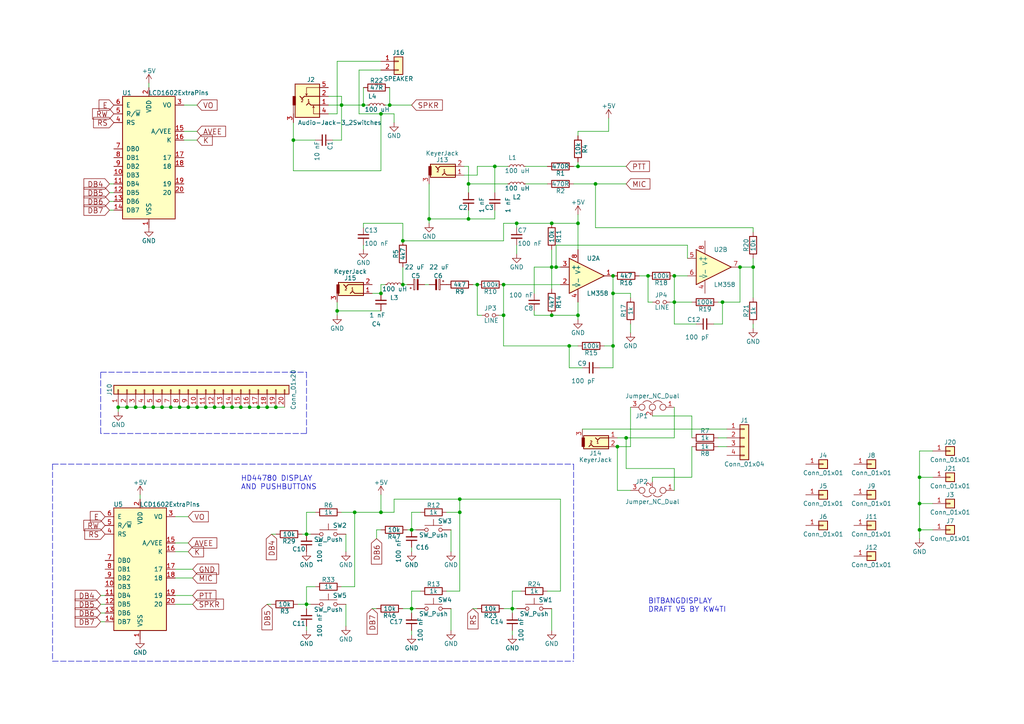
<source format=kicad_sch>
(kicad_sch (version 20211123) (generator eeschema)
  (paper "A4")
  (junction (at 57.15 118.11))
  (junction (at 209.55 87.63))
  (junction (at 165.1 100.33))
  (junction (at 266.7 153.67))
  (junction (at 135.89 53.34))
  (junction (at 133.35 144.78))
  (junction (at 34.29 118.11))
  (junction (at 172.72 53.34))
  (junction (at 59.69 118.11))
  (junction (at 69.85 118.11))
  (junction (at 181.61 127))
  (junction (at 64.77 118.11))
  (junction (at 143.51 48.26))
  (junction (at 218.44 77.47))
  (junction (at 160.02 64.77))
  (junction (at 41.91 118.11))
  (junction (at 46.99 118.11))
  (junction (at 177.8 80.01))
  (junction (at 167.64 48.26))
  (junction (at 88.9 154.94))
  (junction (at 195.58 87.63))
  (junction (at 148.59 176.53))
  (junction (at 77.47 118.11))
  (junction (at 167.64 64.77))
  (junction (at 177.8 100.33))
  (junction (at 149.86 64.77))
  (junction (at 124.46 63.5))
  (junction (at 187.96 80.01))
  (junction (at 62.23 118.11))
  (junction (at 113.03 30.48))
  (junction (at 161.29 77.47))
  (junction (at 195.58 80.01))
  (junction (at 138.43 82.55))
  (junction (at 52.07 118.11))
  (junction (at 133.35 148.59))
  (junction (at 146.05 82.55))
  (junction (at 177.8 85.09))
  (junction (at 88.9 175.26))
  (junction (at 266.7 146.05))
  (junction (at 160.02 91.44))
  (junction (at 116.84 69.85))
  (junction (at 214.63 77.47))
  (junction (at 80.01 118.11))
  (junction (at 110.49 85.09))
  (junction (at 44.45 118.11))
  (junction (at 146.05 91.44))
  (junction (at 110.49 33.02))
  (junction (at 36.83 118.11))
  (junction (at 72.39 118.11))
  (junction (at 167.64 91.44))
  (junction (at 97.79 90.17))
  (junction (at 160.02 77.47))
  (junction (at 110.49 148.59))
  (junction (at 179.07 129.54))
  (junction (at 102.87 148.59))
  (junction (at 266.7 138.43))
  (junction (at 67.31 118.11))
  (junction (at 116.84 82.55))
  (junction (at 74.93 118.11))
  (junction (at 54.61 118.11))
  (junction (at 119.38 176.53))
  (junction (at 85.09 40.64))
  (junction (at 49.53 118.11))
  (junction (at 99.06 30.48))
  (junction (at 135.89 63.5))
  (junction (at 105.41 30.48))
  (junction (at 39.37 118.11))
  (junction (at 119.38 153.67))
  (wire (pts (xy 133.35 171.45) (xy 129.54 171.45)))
  (wire (pts (xy 200.66 129.54) (xy 200.66 138.43)))
  (wire (pts (xy 114.3 33.02) (xy 114.3 35.56)))
  (wire (pts (xy 74.93 118.11) (xy 77.47 118.11)))
  (wire (pts (xy 133.35 148.59) (xy 133.35 171.45)))
  (wire (pts (xy 104.14 20.32) (xy 104.14 33.02)))
  (wire (pts (xy 99.06 30.48) (xy 99.06 40.64)))
  (wire (pts (xy 218.44 66.04) (xy 218.44 67.31)))
  (polyline (pts (xy 29.21 125.73) (xy 29.21 107.95)))
  (wire (pts (xy 124.46 63.5) (xy 135.89 63.5)))
  (wire (pts (xy 160.02 77.47) (xy 160.02 83.82)))
  (wire (pts (xy 210.82 129.54) (xy 208.28 129.54)))
  (wire (pts (xy 130.81 176.53) (xy 130.81 182.88)))
  (wire (pts (xy 80.01 118.11) (xy 82.55 118.11)))
  (wire (pts (xy 134.62 48.26) (xy 135.89 48.26)))
  (wire (pts (xy 102.87 148.59) (xy 110.49 148.59)))
  (wire (pts (xy 110.49 148.59) (xy 114.3 148.59)))
  (wire (pts (xy 135.89 48.26) (xy 135.89 53.34)))
  (wire (pts (xy 135.89 53.34) (xy 147.32 53.34)))
  (wire (pts (xy 181.61 127) (xy 181.61 135.89)))
  (wire (pts (xy 135.89 53.34) (xy 135.89 55.88)))
  (wire (pts (xy 172.72 53.34) (xy 172.72 66.04)))
  (wire (pts (xy 162.56 144.78) (xy 162.56 171.45)))
  (wire (pts (xy 105.41 25.4) (xy 105.41 30.48)))
  (wire (pts (xy 138.43 176.53) (xy 137.16 176.53)))
  (wire (pts (xy 34.29 119.38) (xy 34.29 118.11)))
  (wire (pts (xy 95.25 30.48) (xy 99.06 30.48)))
  (wire (pts (xy 62.23 118.11) (xy 64.77 118.11)))
  (wire (pts (xy 33.02 55.88) (xy 31.75 55.88)))
  (wire (pts (xy 158.75 48.26) (xy 152.4 48.26)))
  (wire (pts (xy 135.89 63.5) (xy 143.51 63.5)))
  (wire (pts (xy 116.84 69.85) (xy 116.84 64.77)))
  (wire (pts (xy 99.06 40.64) (xy 96.52 40.64)))
  (wire (pts (xy 148.59 171.45) (xy 148.59 176.53)))
  (wire (pts (xy 266.7 146.05) (xy 270.51 146.05)))
  (wire (pts (xy 121.92 171.45) (xy 119.38 171.45)))
  (wire (pts (xy 165.1 100.33) (xy 167.64 100.33)))
  (wire (pts (xy 167.64 62.23) (xy 167.64 64.77)))
  (wire (pts (xy 154.94 90.17) (xy 154.94 91.44)))
  (wire (pts (xy 154.94 77.47) (xy 160.02 77.47)))
  (wire (pts (xy 154.94 91.44) (xy 160.02 91.44)))
  (wire (pts (xy 182.88 96.52) (xy 182.88 93.98)))
  (wire (pts (xy 116.84 64.77) (xy 105.41 64.77)))
  (wire (pts (xy 167.64 87.63) (xy 167.64 91.44)))
  (wire (pts (xy 110.49 85.09) (xy 110.49 82.55)))
  (wire (pts (xy 100.33 154.94) (xy 100.33 160.02)))
  (wire (pts (xy 116.84 176.53) (xy 119.38 176.53)))
  (wire (pts (xy 110.49 49.53) (xy 85.09 49.53)))
  (wire (pts (xy 55.88 175.26) (xy 50.8 175.26)))
  (wire (pts (xy 85.09 40.64) (xy 91.44 40.64)))
  (wire (pts (xy 110.49 33.02) (xy 114.3 33.02)))
  (wire (pts (xy 138.43 48.26) (xy 143.51 48.26)))
  (wire (pts (xy 124.46 63.5) (xy 124.46 64.77)))
  (wire (pts (xy 177.8 100.33) (xy 177.8 106.68)))
  (wire (pts (xy 54.61 149.86) (xy 50.8 149.86)))
  (wire (pts (xy 57.15 118.11) (xy 59.69 118.11)))
  (wire (pts (xy 119.38 176.53) (xy 120.65 176.53)))
  (wire (pts (xy 167.64 91.44) (xy 167.64 92.71)))
  (wire (pts (xy 119.38 184.15) (xy 119.38 182.88)))
  (wire (pts (xy 30.48 177.8) (xy 29.21 177.8)))
  (wire (pts (xy 88.9 154.94) (xy 90.17 154.94)))
  (wire (pts (xy 97.79 90.17) (xy 97.79 91.44)))
  (wire (pts (xy 88.9 175.26) (xy 90.17 175.26)))
  (wire (pts (xy 143.51 48.26) (xy 147.32 48.26)))
  (wire (pts (xy 99.06 148.59) (xy 102.87 148.59)))
  (wire (pts (xy 148.59 184.15) (xy 148.59 182.88)))
  (wire (pts (xy 148.59 176.53) (xy 149.86 176.53)))
  (wire (pts (xy 114.3 144.78) (xy 133.35 144.78)))
  (polyline (pts (xy 166.37 134.62) (xy 166.37 191.77)))
  (wire (pts (xy 52.07 118.11) (xy 54.61 118.11)))
  (wire (pts (xy 40.64 143.51) (xy 40.64 144.78)))
  (wire (pts (xy 210.82 127) (xy 208.28 127)))
  (wire (pts (xy 46.99 118.11) (xy 49.53 118.11)))
  (wire (pts (xy 133.35 144.78) (xy 162.56 144.78)))
  (wire (pts (xy 102.87 148.59) (xy 102.87 170.18)))
  (wire (pts (xy 199.39 71.12) (xy 199.39 74.93)))
  (wire (pts (xy 154.94 85.09) (xy 154.94 77.47)))
  (wire (pts (xy 138.43 91.44) (xy 139.7 91.44)))
  (wire (pts (xy 130.81 153.67) (xy 130.81 160.02)))
  (wire (pts (xy 99.06 27.94) (xy 95.25 27.94)))
  (wire (pts (xy 160.02 72.39) (xy 160.02 77.47)))
  (wire (pts (xy 87.63 154.94) (xy 88.9 154.94)))
  (wire (pts (xy 181.61 135.89) (xy 195.58 135.89)))
  (wire (pts (xy 200.66 120.65) (xy 200.66 127)))
  (polyline (pts (xy 88.9 107.95) (xy 88.9 125.73)))
  (wire (pts (xy 214.63 77.47) (xy 214.63 87.63)))
  (wire (pts (xy 162.56 171.45) (xy 158.75 171.45)))
  (wire (pts (xy 109.22 176.53) (xy 107.95 176.53)))
  (wire (pts (xy 146.05 91.44) (xy 144.78 91.44)))
  (wire (pts (xy 57.15 38.1) (xy 53.34 38.1)))
  (wire (pts (xy 34.29 118.11) (xy 36.83 118.11)))
  (wire (pts (xy 209.55 87.63) (xy 208.28 87.63)))
  (wire (pts (xy 55.88 165.1) (xy 50.8 165.1)))
  (wire (pts (xy 110.49 20.32) (xy 104.14 20.32)))
  (wire (pts (xy 160.02 91.44) (xy 167.64 91.44)))
  (wire (pts (xy 266.7 153.67) (xy 266.7 156.21)))
  (wire (pts (xy 172.72 53.34) (xy 181.61 53.34)))
  (polyline (pts (xy 15.24 134.62) (xy 166.37 134.62)))
  (wire (pts (xy 146.05 91.44) (xy 146.05 100.33)))
  (wire (pts (xy 116.84 69.85) (xy 146.05 69.85)))
  (wire (pts (xy 119.38 160.02) (xy 119.38 158.75)))
  (polyline (pts (xy 88.9 125.73) (xy 29.21 125.73)))
  (wire (pts (xy 41.91 118.11) (xy 44.45 118.11)))
  (wire (pts (xy 143.51 63.5) (xy 143.51 60.96)))
  (wire (pts (xy 119.38 171.45) (xy 119.38 176.53)))
  (wire (pts (xy 59.69 118.11) (xy 62.23 118.11)))
  (wire (pts (xy 172.72 66.04) (xy 218.44 66.04)))
  (wire (pts (xy 214.63 87.63) (xy 209.55 87.63)))
  (wire (pts (xy 177.8 106.68) (xy 173.99 106.68)))
  (wire (pts (xy 105.41 30.48) (xy 106.68 30.48)))
  (wire (pts (xy 97.79 33.02) (xy 97.79 17.78)))
  (wire (pts (xy 146.05 176.53) (xy 148.59 176.53)))
  (wire (pts (xy 146.05 82.55) (xy 162.56 82.55)))
  (wire (pts (xy 119.38 176.53) (xy 119.38 177.8)))
  (wire (pts (xy 111.76 30.48) (xy 113.03 30.48)))
  (wire (pts (xy 151.13 171.45) (xy 148.59 171.45)))
  (wire (pts (xy 146.05 100.33) (xy 165.1 100.33)))
  (wire (pts (xy 29.21 172.72) (xy 30.48 172.72)))
  (wire (pts (xy 54.61 157.48) (xy 50.8 157.48)))
  (wire (pts (xy 195.58 93.98) (xy 201.93 93.98)))
  (wire (pts (xy 88.9 170.18) (xy 88.9 175.26)))
  (wire (pts (xy 105.41 71.12) (xy 105.41 72.39)))
  (wire (pts (xy 55.88 172.72) (xy 50.8 172.72)))
  (wire (pts (xy 107.95 85.09) (xy 110.49 85.09)))
  (wire (pts (xy 30.48 175.26) (xy 29.21 175.26)))
  (wire (pts (xy 179.07 127) (xy 181.61 127)))
  (wire (pts (xy 167.64 38.1) (xy 176.53 38.1)))
  (wire (pts (xy 181.61 127) (xy 195.58 127)))
  (wire (pts (xy 138.43 50.8) (xy 138.43 48.26)))
  (wire (pts (xy 167.64 48.26) (xy 181.61 48.26)))
  (wire (pts (xy 33.02 58.42) (xy 31.75 58.42)))
  (wire (pts (xy 43.18 24.13) (xy 43.18 25.4)))
  (wire (pts (xy 95.25 33.02) (xy 97.79 33.02)))
  (wire (pts (xy 270.51 130.81) (xy 266.7 130.81)))
  (wire (pts (xy 179.07 142.24) (xy 182.88 142.24)))
  (wire (pts (xy 177.8 85.09) (xy 177.8 100.33)))
  (wire (pts (xy 133.35 148.59) (xy 129.54 148.59)))
  (wire (pts (xy 166.37 53.34) (xy 172.72 53.34)))
  (wire (pts (xy 146.05 64.77) (xy 149.86 64.77)))
  (wire (pts (xy 85.09 35.56) (xy 85.09 40.64)))
  (wire (pts (xy 64.77 118.11) (xy 67.31 118.11)))
  (wire (pts (xy 149.86 64.77) (xy 160.02 64.77)))
  (wire (pts (xy 109.22 153.67) (xy 110.49 153.67)))
  (wire (pts (xy 85.09 40.64) (xy 85.09 49.53)))
  (wire (pts (xy 97.79 17.78) (xy 110.49 17.78)))
  (wire (pts (xy 146.05 82.55) (xy 146.05 91.44)))
  (wire (pts (xy 187.96 87.63) (xy 189.23 87.63)))
  (wire (pts (xy 161.29 71.12) (xy 161.29 77.47)))
  (wire (pts (xy 110.49 33.02) (xy 110.49 49.53)))
  (wire (pts (xy 113.03 30.48) (xy 119.38 30.48)))
  (wire (pts (xy 105.41 64.77) (xy 105.41 66.04)))
  (wire (pts (xy 55.88 167.64) (xy 50.8 167.64)))
  (wire (pts (xy 158.75 53.34) (xy 152.4 53.34)))
  (wire (pts (xy 149.86 73.66) (xy 149.86 71.12)))
  (wire (pts (xy 91.44 170.18) (xy 88.9 170.18)))
  (wire (pts (xy 210.82 124.46) (xy 168.91 124.46)))
  (wire (pts (xy 148.59 176.53) (xy 148.59 177.8)))
  (wire (pts (xy 33.02 60.96) (xy 31.75 60.96)))
  (wire (pts (xy 189.23 120.65) (xy 200.66 120.65)))
  (wire (pts (xy 218.44 74.93) (xy 218.44 77.47)))
  (wire (pts (xy 57.15 30.48) (xy 53.34 30.48)))
  (wire (pts (xy 167.64 39.37) (xy 167.64 38.1)))
  (wire (pts (xy 31.75 53.34) (xy 33.02 53.34)))
  (wire (pts (xy 114.3 148.59) (xy 114.3 144.78)))
  (wire (pts (xy 124.46 53.34) (xy 124.46 63.5)))
  (wire (pts (xy 149.86 66.04) (xy 149.86 64.77)))
  (wire (pts (xy 195.58 87.63) (xy 195.58 93.98)))
  (wire (pts (xy 266.7 138.43) (xy 266.7 146.05)))
  (wire (pts (xy 209.55 93.98) (xy 207.01 93.98)))
  (wire (pts (xy 88.9 175.26) (xy 88.9 176.53)))
  (wire (pts (xy 195.58 87.63) (xy 200.66 87.63)))
  (wire (pts (xy 80.01 154.94) (xy 78.74 154.94)))
  (wire (pts (xy 266.7 146.05) (xy 266.7 153.67)))
  (wire (pts (xy 133.35 144.78) (xy 133.35 148.59)))
  (wire (pts (xy 36.83 118.11) (xy 39.37 118.11)))
  (wire (pts (xy 177.8 100.33) (xy 175.26 100.33)))
  (wire (pts (xy 99.06 30.48) (xy 105.41 30.48)))
  (wire (pts (xy 72.39 118.11) (xy 74.93 118.11)))
  (wire (pts (xy 138.43 82.55) (xy 137.16 82.55)))
  (wire (pts (xy 86.36 175.26) (xy 88.9 175.26)))
  (wire (pts (xy 124.46 82.55) (xy 123.19 82.55)))
  (wire (pts (xy 135.89 60.96) (xy 135.89 63.5)))
  (wire (pts (xy 57.15 40.64) (xy 53.34 40.64)))
  (wire (pts (xy 119.38 153.67) (xy 120.65 153.67)))
  (wire (pts (xy 189.23 139.7) (xy 189.23 138.43)))
  (polyline (pts (xy 15.24 191.77) (xy 166.37 191.77)))
  (wire (pts (xy 167.64 46.99) (xy 167.64 48.26)))
  (wire (pts (xy 102.87 170.18) (xy 99.06 170.18)))
  (wire (pts (xy 195.58 127) (xy 195.58 118.11)))
  (wire (pts (xy 143.51 48.26) (xy 143.51 55.88)))
  (wire (pts (xy 113.03 25.4) (xy 113.03 30.48)))
  (wire (pts (xy 166.37 48.26) (xy 167.64 48.26)))
  (wire (pts (xy 176.53 34.29) (xy 176.53 38.1)))
  (wire (pts (xy 160.02 64.77) (xy 167.64 64.77)))
  (wire (pts (xy 146.05 69.85) (xy 146.05 64.77)))
  (wire (pts (xy 119.38 148.59) (xy 119.38 153.67)))
  (wire (pts (xy 218.44 77.47) (xy 218.44 86.36)))
  (wire (pts (xy 167.64 64.77) (xy 167.64 72.39)))
  (wire (pts (xy 110.49 90.17) (xy 97.79 90.17)))
  (wire (pts (xy 195.58 80.01) (xy 195.58 87.63)))
  (wire (pts (xy 160.02 176.53) (xy 160.02 182.88)))
  (wire (pts (xy 78.74 175.26) (xy 77.47 175.26)))
  (wire (pts (xy 39.37 118.11) (xy 41.91 118.11)))
  (wire (pts (xy 199.39 80.01) (xy 195.58 80.01)))
  (wire (pts (xy 194.31 87.63) (xy 195.58 87.63)))
  (wire (pts (xy 138.43 82.55) (xy 138.43 91.44)))
  (wire (pts (xy 270.51 138.43) (xy 266.7 138.43)))
  (wire (pts (xy 118.11 153.67) (xy 119.38 153.67)))
  (polyline (pts (xy 29.21 107.95) (xy 88.9 107.95)))
  (wire (pts (xy 177.8 80.01) (xy 177.8 85.09)))
  (wire (pts (xy 182.88 129.54) (xy 179.07 129.54)))
  (wire (pts (xy 109.22 156.21) (xy 109.22 153.67)))
  (wire (pts (xy 161.29 77.47) (xy 162.56 77.47)))
  (polyline (pts (xy 15.24 134.62) (xy 15.24 191.77)))
  (wire (pts (xy 54.61 160.02) (xy 50.8 160.02)))
  (wire (pts (xy 187.96 80.01) (xy 185.42 80.01)))
  (wire (pts (xy 266.7 130.81) (xy 266.7 138.43)))
  (wire (pts (xy 54.61 118.11) (xy 57.15 118.11)))
  (wire (pts (xy 104.14 33.02) (xy 110.49 33.02)))
  (wire (pts (xy 165.1 100.33) (xy 165.1 106.68)))
  (wire (pts (xy 88.9 148.59) (xy 91.44 148.59)))
  (wire (pts (xy 179.07 129.54) (xy 179.07 142.24)))
  (wire (pts (xy 160.02 77.47) (xy 161.29 77.47)))
  (wire (pts (xy 110.49 82.55) (xy 111.76 82.55)))
  (wire (pts (xy 182.88 86.36) (xy 182.88 85.09)))
  (wire (pts (xy 182.88 118.11) (xy 182.88 129.54)))
  (wire (pts (xy 44.45 118.11) (xy 46.99 118.11)))
  (wire (pts (xy 88.9 154.94) (xy 88.9 148.59)))
  (wire (pts (xy 266.7 153.67) (xy 270.51 153.67)))
  (wire (pts (xy 110.49 148.59) (xy 110.49 143.51)))
  (wire (pts (xy 30.48 180.34) (xy 29.21 180.34)))
  (wire (pts (xy 218.44 77.47) (xy 214.63 77.47)))
  (wire (pts (xy 187.96 80.01) (xy 187.96 87.63)))
  (wire (pts (xy 161.29 71.12) (xy 199.39 71.12)))
  (wire (pts (xy 100.33 175.26) (xy 100.33 181.61)))
  (wire (pts (xy 200.66 138.43) (xy 189.23 138.43)))
  (wire (pts (xy 49.53 118.11) (xy 52.07 118.11)))
  (wire (pts (xy 69.85 118.11) (xy 72.39 118.11)))
  (wire (pts (xy 218.44 95.25) (xy 218.44 93.98)))
  (wire (pts (xy 119.38 148.59) (xy 121.92 148.59)))
  (wire (pts (xy 195.58 135.89) (xy 195.58 142.24)))
  (wire (pts (xy 134.62 50.8) (xy 138.43 50.8)))
  (wire (pts (xy 88.9 182.88) (xy 88.9 181.61)))
  (wire (pts (xy 67.31 118.11) (xy 69.85 118.11)))
  (wire (pts (xy 118.11 82.55) (xy 116.84 82.55)))
  (wire (pts (xy 182.88 85.09) (xy 177.8 85.09)))
  (wire (pts (xy 77.47 118.11) (xy 80.01 118.11)))
  (wire (pts (xy 209.55 87.63) (xy 209.55 93.98)))
  (wire (pts (xy 99.06 27.94) (xy 99.06 30.48)))
  (wire (pts (xy 116.84 82.55) (xy 116.84 77.47)))
  (wire (pts (xy 165.1 106.68) (xy 168.91 106.68)))
  (wire (pts (xy 97.79 87.63) (xy 97.79 90.17)))
  (text "BITBANGDISPLAY\nDRAFT V5 BY KW4TI" (at 187.96 177.8 0) (effects (font (size 1.524 1.524)) (justify left bottom)))
  (text "HD44780 DISPLAY\nAND PUSHBUTTONS" (at 69.85 142.24 0) (effects (font (size 1.524 1.524)) (justify left bottom)))
  (global_label "GND" (shape input) (at 55.88 165.1 0) (effects (font (size 1.524 1.524))) (property "Intersheet References" "${INTERSHEET_REFS}" (effects hide)))
  (global_label "DB7" (shape input) (at 107.95 176.53 270) (effects (font (size 1.524 1.524))) (property "Intersheet References" "${INTERSHEET_REFS}" (effects hide)))
  (global_label "DB6" (shape input) (at 31.75 58.42 180) (effects (font (size 1.524 1.524))) (property "Intersheet References" "${INTERSHEET_REFS}" (effects hide)))
  (global_label "DB5" (shape input) (at 31.75 55.88 180) (effects (font (size 1.524 1.524))) (property "Intersheet References" "${INTERSHEET_REFS}" (effects hide)))
  (global_label "PTT" (shape input) (at 55.88 172.72 0) (effects (font (size 1.524 1.524))) (property "Intersheet References" "${INTERSHEET_REFS}" (effects hide)))
  (global_label "RW" (shape input) (at 30.48 152.4 180) (effects (font (size 1.524 1.524))) (property "Intersheet References" "${INTERSHEET_REFS}" (effects hide)))
  (global_label "RS" (shape input) (at 30.48 154.94 180) (effects (font (size 1.524 1.524))) (property "Intersheet References" "${INTERSHEET_REFS}" (effects hide)))
  (global_label "MIC" (shape input) (at 55.88 167.64 0) (effects (font (size 1.524 1.524))) (property "Intersheet References" "${INTERSHEET_REFS}" (effects hide)))
  (global_label "DB6" (shape input) (at 109.22 156.21 270) (effects (font (size 1.524 1.524))) (property "Intersheet References" "${INTERSHEET_REFS}" (effects hide)))
  (global_label "K" (shape input) (at 54.61 160.02 0) (effects (font (size 1.524 1.524))) (property "Intersheet References" "${INTERSHEET_REFS}" (effects hide)))
  (global_label "DB7" (shape input) (at 31.75 60.96 180) (effects (font (size 1.524 1.524))) (property "Intersheet References" "${INTERSHEET_REFS}" (effects hide)))
  (global_label "SPKR" (shape input) (at 55.88 175.26 0) (effects (font (size 1.524 1.524))) (property "Intersheet References" "${INTERSHEET_REFS}" (effects hide)))
  (global_label "SPKR" (shape input) (at 119.38 30.48 0) (effects (font (size 1.524 1.524))) (property "Intersheet References" "${INTERSHEET_REFS}" (effects hide)))
  (global_label "DB5" (shape input) (at 29.21 175.26 180) (effects (font (size 1.524 1.524))) (property "Intersheet References" "${INTERSHEET_REFS}" (effects hide)))
  (global_label "DB7" (shape input) (at 29.21 180.34 180) (effects (font (size 1.524 1.524))) (property "Intersheet References" "${INTERSHEET_REFS}" (effects hide)))
  (global_label "AVEE" (shape input) (at 54.61 157.48 0) (effects (font (size 1.524 1.524))) (property "Intersheet References" "${INTERSHEET_REFS}" (effects hide)))
  (global_label "RW" (shape input) (at 33.02 33.02 180) (effects (font (size 1.524 1.524))) (property "Intersheet References" "${INTERSHEET_REFS}" (effects hide)))
  (global_label "E" (shape input) (at 30.48 149.86 180) (effects (font (size 1.524 1.524))) (property "Intersheet References" "${INTERSHEET_REFS}" (effects hide)))
  (global_label "DB4" (shape input) (at 31.75 53.34 180) (effects (font (size 1.524 1.524))) (property "Intersheet References" "${INTERSHEET_REFS}" (effects hide)))
  (global_label "AVEE" (shape input) (at 57.15 38.1 0) (effects (font (size 1.524 1.524))) (property "Intersheet References" "${INTERSHEET_REFS}" (effects hide)))
  (global_label "E" (shape input) (at 33.02 30.48 180) (effects (font (size 1.524 1.524))) (property "Intersheet References" "${INTERSHEET_REFS}" (effects hide)))
  (global_label "VO" (shape input) (at 54.61 149.86 0) (effects (font (size 1.524 1.524))) (property "Intersheet References" "${INTERSHEET_REFS}" (effects hide)))
  (global_label "VO" (shape input) (at 57.15 30.48 0) (effects (font (size 1.524 1.524))) (property "Intersheet References" "${INTERSHEET_REFS}" (effects hide)))
  (global_label "PTT" (shape input) (at 181.61 48.26 0) (effects (font (size 1.524 1.524))) (property "Intersheet References" "${INTERSHEET_REFS}" (effects hide)))
  (global_label "MIC" (shape input) (at 181.61 53.34 0) (effects (font (size 1.524 1.524))) (property "Intersheet References" "${INTERSHEET_REFS}" (effects hide)))
  (global_label "DB5" (shape input) (at 77.47 175.26 270) (effects (font (size 1.524 1.524))) (property "Intersheet References" "${INTERSHEET_REFS}" (effects hide)))
  (global_label "RS" (shape input) (at 33.02 35.56 180) (effects (font (size 1.524 1.524))) (property "Intersheet References" "${INTERSHEET_REFS}" (effects hide)))
  (global_label "DB4" (shape input) (at 29.21 172.72 180) (effects (font (size 1.524 1.524))) (property "Intersheet References" "${INTERSHEET_REFS}" (effects hide)))
  (global_label "RS" (shape input) (at 137.16 176.53 270) (effects (font (size 1.524 1.524))) (property "Intersheet References" "${INTERSHEET_REFS}" (effects hide)))
  (global_label "DB4" (shape input) (at 78.74 154.94 270) (effects (font (size 1.524 1.524))) (property "Intersheet References" "${INTERSHEET_REFS}" (effects hide)))
  (global_label "K" (shape input) (at 57.15 40.64 0) (effects (font (size 1.524 1.524))) (property "Intersheet References" "${INTERSHEET_REFS}" (effects hide)))
  (global_label "DB6" (shape input) (at 29.21 177.8 180) (effects (font (size 1.524 1.524))) (property "Intersheet References" "${INTERSHEET_REFS}" (effects hide)))
  (symbol (lib_id "BitBangDisplay-rescue:Conn_01x01") (at 275.59 146.05 0) (unit 1)
    (property "Reference" "J3" (at 275.59 143.51 0))
    (property "Value" "Conn_01x01" (at 275.59 148.59 0))
    (property "Footprint" "Connectors:1pin" (effects hide))
  )
  (symbol (lib_id "BitBangDisplay-rescue:Conn_01x01") (at 275.59 153.67 0) (unit 1)
    (property "Reference" "J7" (at 275.59 151.13 0))
    (property "Value" "Conn_01x01" (at 275.59 156.21 0))
    (property "Footprint" "Connectors:1pin" (effects hide))
  )
  (symbol (lib_id "BitBangDisplay-rescue:SW_Push") (at 95.25 154.94 0) (unit 1)
    (property "Reference" "SW2" (at 96.52 152.4 0) (effects (justify left)))
    (property "Value" "SW_Push" (at 95.25 156.464 0))
    (property "Footprint" "Buttons_Switches_THT:SW_PUSH_6mm" (effects hide))
  )
  (symbol (lib_id "BitBangDisplay-rescue:GND") (at 100.33 160.02 0) (unit 1)
    (property "Reference" "#PWR01" (effects hide))
    (property "Value" "GND" (at 100.33 163.83 0))
  )
  (symbol (lib_id "BitBangDisplay-rescue:C_Small") (at 88.9 157.48 180) (unit 1)
    (property "Reference" "C10" (at 88.646 159.258 0) (effects (justify left)))
    (property "Value" "100 nF" (at 92.71 156.21 90) (effects (justify left)))
    (property "Footprint" "Capacitors_THT:C_Disc_D5.0mm_W2.5mm_P2.50mm" (effects hide))
  )
  (symbol (lib_id "BitBangDisplay-rescue:GND") (at 88.9 160.02 0) (unit 1)
    (property "Reference" "#PWR02" (effects hide))
    (property "Value" "GND" (at 88.9 163.83 0))
  )
  (symbol (lib_id "BitBangDisplay-rescue:R") (at 95.25 148.59 90) (unit 1)
    (property "Reference" "R6" (at 95.25 146.558 90))
    (property "Value" "1k" (at 95.25 148.59 90))
    (property "Footprint" "Resistors_THT:R_Axial_DIN0207_L6.3mm_D2.5mm_P7.62mm_Horizontal" (effects hide))
  )
  (symbol (lib_id "BitBangDisplay-rescue:SW_Push") (at 125.73 153.67 0) (unit 1)
    (property "Reference" "SW3" (at 127 151.13 0) (effects (justify left)))
    (property "Value" "SW_Push" (at 125.73 155.194 0))
    (property "Footprint" "Buttons_Switches_THT:SW_PUSH_6mm" (effects hide))
  )
  (symbol (lib_id "BitBangDisplay-rescue:GND") (at 130.81 160.02 0) (unit 1)
    (property "Reference" "#PWR03" (effects hide))
    (property "Value" "GND" (at 130.81 163.83 0))
  )
  (symbol (lib_id "BitBangDisplay-rescue:C_Small") (at 119.38 156.21 180) (unit 1)
    (property "Reference" "C16" (at 124.46 158.75 0) (effects (justify left)))
    (property "Value" "100 nF" (at 115.57 156.21 90) (effects (justify left)))
    (property "Footprint" "Capacitors_THT:C_Disc_D5.0mm_W2.5mm_P2.50mm" (effects hide))
  )
  (symbol (lib_id "BitBangDisplay-rescue:GND") (at 119.38 160.02 0) (unit 1)
    (property "Reference" "#PWR04" (effects hide))
    (property "Value" "GND" (at 119.38 163.83 0))
  )
  (symbol (lib_id "BitBangDisplay-rescue:R") (at 125.73 148.59 90) (unit 1)
    (property "Reference" "R12" (at 125.73 146.558 90))
    (property "Value" "1k" (at 125.73 148.59 90))
    (property "Footprint" "Resistors_THT:R_Axial_DIN0207_L6.3mm_D2.5mm_P7.62mm_Horizontal" (effects hide))
  )
  (symbol (lib_id "BitBangDisplay-rescue:SW_Push") (at 125.73 176.53 0) (unit 1)
    (property "Reference" "SW4" (at 127 173.99 0) (effects (justify left)))
    (property "Value" "SW_Push" (at 125.73 178.054 0))
    (property "Footprint" "Buttons_Switches_THT:SW_PUSH_6mm" (effects hide))
  )
  (symbol (lib_id "BitBangDisplay-rescue:GND") (at 130.81 182.88 0) (unit 1)
    (property "Reference" "#PWR05" (effects hide))
    (property "Value" "GND" (at 130.81 186.69 0))
  )
  (symbol (lib_id "BitBangDisplay-rescue:C_Small") (at 119.38 180.34 180) (unit 1)
    (property "Reference" "C17" (at 116.84 180.34 0) (effects (justify left)))
    (property "Value" "100 nF" (at 121.92 179.07 90) (effects (justify left)))
    (property "Footprint" "Capacitors_THT:C_Disc_D5.0mm_W2.5mm_P2.50mm" (effects hide))
  )
  (symbol (lib_id "BitBangDisplay-rescue:GND") (at 119.38 184.15 0) (unit 1)
    (property "Reference" "#PWR06" (effects hide))
    (property "Value" "GND" (at 119.38 187.96 0))
  )
  (symbol (lib_id "BitBangDisplay-rescue:R") (at 125.73 171.45 90) (unit 1)
    (property "Reference" "R13" (at 125.73 169.418 90))
    (property "Value" "1k" (at 125.73 171.45 90))
    (property "Footprint" "Resistors_THT:R_Axial_DIN0207_L6.3mm_D2.5mm_P7.62mm_Horizontal" (effects hide))
  )
  (symbol (lib_id "BitBangDisplay-rescue:SW_Push") (at 95.25 175.26 0) (unit 1)
    (property "Reference" "SW5" (at 96.52 172.72 0) (effects (justify left)))
    (property "Value" "SW_Push" (at 95.25 176.784 0))
    (property "Footprint" "Buttons_Switches_THT:SW_PUSH_6mm" (effects hide))
  )
  (symbol (lib_id "BitBangDisplay-rescue:GND") (at 100.33 181.61 0) (unit 1)
    (property "Reference" "#PWR07" (effects hide))
    (property "Value" "GND" (at 100.33 185.42 0))
  )
  (symbol (lib_id "BitBangDisplay-rescue:C_Small") (at 88.9 179.07 180) (unit 1)
    (property "Reference" "C11" (at 88.646 180.848 0) (effects (justify left)))
    (property "Value" "100 nF" (at 92.71 177.8 90) (effects (justify left)))
    (property "Footprint" "Capacitors_THT:C_Disc_D5.0mm_W2.5mm_P2.50mm" (effects hide))
  )
  (symbol (lib_id "BitBangDisplay-rescue:GND") (at 88.9 182.88 0) (unit 1)
    (property "Reference" "#PWR08" (effects hide))
    (property "Value" "GND" (at 88.9 186.69 0))
  )
  (symbol (lib_id "BitBangDisplay-rescue:R") (at 95.25 170.18 90) (unit 1)
    (property "Reference" "R33" (at 95.25 168.148 90))
    (property "Value" "1k" (at 95.25 170.18 90))
    (property "Footprint" "Resistors_THT:R_Axial_DIN0207_L6.3mm_D2.5mm_P7.62mm_Horizontal" (effects hide))
  )
  (symbol (lib_id "BitBangDisplay-rescue:GND") (at 40.64 185.42 0) (unit 1)
    (property "Reference" "#PWR09" (effects hide))
    (property "Value" "GND" (at 40.64 189.23 0))
  )
  (symbol (lib_id "BitBangDisplay-rescue:+5V") (at 40.64 143.51 0) (unit 1)
    (property "Reference" "#PWR010" (effects hide))
    (property "Value" "+5V" (at 40.64 139.954 0))
  )
  (symbol (lib_id "BitBangDisplay-rescue:+5V") (at 110.49 143.51 0) (unit 1)
    (property "Reference" "#PWR011" (effects hide))
    (property "Value" "+5V" (at 110.49 139.954 0))
  )
  (symbol (lib_id "BitBangDisplay-rescue:R") (at 83.82 154.94 270) (unit 1)
    (property "Reference" "R29" (at 83.82 156.972 90))
    (property "Value" "10k" (at 83.82 154.94 90))
    (property "Footprint" "Resistors_THT:R_Axial_DIN0207_L6.3mm_D2.5mm_P7.62mm_Horizontal" (effects hide))
  )
  (symbol (lib_id "BitBangDisplay-rescue:R") (at 114.3 153.67 270) (unit 1)
    (property "Reference" "R47" (at 114.3 155.702 90))
    (property "Value" "10k" (at 114.3 153.67 90))
    (property "Footprint" "Resistors_THT:R_Axial_DIN0207_L6.3mm_D2.5mm_P7.62mm_Horizontal" (effects hide))
  )
  (symbol (lib_id "BitBangDisplay-rescue:R") (at 82.55 175.26 270) (unit 1)
    (property "Reference" "R3" (at 82.55 177.292 90))
    (property "Value" "10k" (at 82.55 175.26 90))
    (property "Footprint" "Resistors_THT:R_Axial_DIN0207_L6.3mm_D2.5mm_P7.62mm_Horizontal" (effects hide))
  )
  (symbol (lib_id "BitBangDisplay-rescue:R") (at 113.03 176.53 270) (unit 1)
    (property "Reference" "R46" (at 113.03 178.562 90))
    (property "Value" "10k" (at 113.03 176.53 90))
    (property "Footprint" "Resistors_THT:R_Axial_DIN0207_L6.3mm_D2.5mm_P7.62mm_Horizontal" (effects hide))
  )
  (symbol (lib_id "BitBangDisplay-rescue:GND") (at 266.7 156.21 0) (unit 1)
    (property "Reference" "#PWR012" (effects hide))
    (property "Value" "GND" (at 266.7 160.02 0))
  )
  (symbol (lib_id "BitBangDisplay-rescue:Conn_01x01") (at 275.59 138.43 0) (unit 1)
    (property "Reference" "J21" (at 275.59 135.89 0))
    (property "Value" "Conn_01x01" (at 275.59 140.97 0))
    (property "Footprint" "Connectors:1pin" (effects hide))
  )
  (symbol (lib_id "BitBangDisplay-rescue:Conn_01x01") (at 275.59 130.81 0) (unit 1)
    (property "Reference" "J20" (at 275.59 128.27 0))
    (property "Value" "Conn_01x01" (at 275.59 133.35 0))
    (property "Footprint" "Connectors:1pin" (effects hide))
  )
  (symbol (lib_id "BitBangDisplay-rescue:Conn_01x04") (at 215.9 127 0) (unit 1)
    (property "Reference" "J1" (at 215.9 121.92 0))
    (property "Value" "Conn_01x04" (at 215.9 134.62 0))
    (property "Footprint" "Pin_Headers:Pin_Header_Straight_1x04_Pitch2.54mm" (effects hide))
  )
  (symbol (lib_id "BitBangDisplay-rescue:GND") (at 43.18 66.04 0) (unit 1)
    (property "Reference" "#PWR013" (effects hide))
    (property "Value" "GND" (at 43.18 69.85 0))
  )
  (symbol (lib_id "BitBangDisplay-rescue:+5V") (at 43.18 24.13 0) (unit 1)
    (property "Reference" "#PWR014" (effects hide))
    (property "Value" "+5V" (at 43.18 20.574 0))
  )
  (symbol (lib_id "BitBangDisplay-rescue:Conn_01x01") (at 238.76 134.62 0) (unit 1)
    (property "Reference" "J4" (at 238.76 132.08 0))
    (property "Value" "Conn_01x01" (at 238.76 137.16 0))
    (property "Footprint" "BitBangDisplay:SimpleHole" (effects hide))
  )
  (symbol (lib_id "BitBangDisplay-rescue:Conn_01x01") (at 252.73 134.62 0) (unit 1)
    (property "Reference" "J8" (at 252.73 132.08 0))
    (property "Value" "Conn_01x01" (at 252.73 137.16 0))
    (property "Footprint" "BitBangDisplay:SimpleHole" (effects hide))
  )
  (symbol (lib_id "BitBangDisplay-rescue:Conn_01x01") (at 252.73 143.51 0) (unit 1)
    (property "Reference" "J9" (at 252.73 140.97 0))
    (property "Value" "Conn_01x01" (at 252.73 146.05 0))
    (property "Footprint" "BitBangDisplay:SimpleHole" (effects hide))
  )
  (symbol (lib_id "BitBangDisplay-rescue:Conn_01x01") (at 238.76 143.51 0) (unit 1)
    (property "Reference" "J5" (at 238.76 140.97 0))
    (property "Value" "Conn_01x01" (at 238.76 146.05 0))
    (property "Footprint" "BitBangDisplay:SimpleHole" (effects hide))
  )
  (symbol (lib_id "BitBangDisplay-rescue:Conn_01x01") (at 238.76 152.4 0) (unit 1)
    (property "Reference" "J6" (at 238.76 149.86 0))
    (property "Value" "Conn_01x01" (at 238.76 154.94 0))
    (property "Footprint" "BitBangDisplay:SimpleHole" (effects hide))
  )
  (symbol (lib_id "BitBangDisplay-rescue:Conn_01x01") (at 252.73 152.4 0) (unit 1)
    (property "Reference" "J11" (at 252.73 149.86 0))
    (property "Value" "Conn_01x01" (at 252.73 154.94 0))
    (property "Footprint" "BitBangDisplay:SimpleHole" (effects hide))
  )
  (symbol (lib_id "BitBangDisplay-rescue:Conn_01x01") (at 252.73 161.29 0) (unit 1)
    (property "Reference" "J12" (at 252.73 158.75 0))
    (property "Value" "Conn_01x01" (at 252.73 163.83 0))
    (property "Footprint" "BitBangDisplay:SimpleHole" (effects hide))
  )
  (symbol (lib_id "BitBangDisplay-rescue:Audio-Jack-3") (at 129.54 50.8 0) (unit 1)
    (property "Reference" "J13" (at 128.27 46.355 0))
    (property "Value" "KeyerJack" (at 128.27 44.45 0))
    (property "Footprint" "BitBangDisplay:PJ-3240-35mm-stereo" (effects hide))
  )
  (symbol (lib_id "BitBangDisplay-rescue:C_Small") (at 93.98 40.64 270) (unit 1)
    (property "Reference" "C1" (at 95.758 40.894 0) (effects (justify left)))
    (property "Value" "10 nF" (at 91.948 40.894 0) (effects (justify left)))
    (property "Footprint" "Capacitors_THT:C_Disc_D5.0mm_W2.5mm_P2.50mm" (effects hide))
  )
  (symbol (lib_id "BitBangDisplay-rescue:GND") (at 124.46 64.77 0) (unit 1)
    (property "Reference" "#PWR015" (effects hide))
    (property "Value" "GND" (at 124.46 68.58 0))
  )
  (symbol (lib_id "BitBangDisplay-rescue:R") (at 162.56 48.26 270) (unit 1)
    (property "Reference" "R1" (at 162.56 50.292 90))
    (property "Value" "470R" (at 162.56 48.26 90))
    (property "Footprint" "Resistors_THT:R_Axial_DIN0207_L6.3mm_D2.5mm_P7.62mm_Horizontal" (effects hide))
  )
  (symbol (lib_id "BitBangDisplay-rescue:R") (at 162.56 53.34 270) (unit 1)
    (property "Reference" "R2" (at 162.56 55.372 90))
    (property "Value" "470R" (at 162.56 53.34 90))
    (property "Footprint" "Resistors_THT:R_Axial_DIN0207_L6.3mm_D2.5mm_P7.62mm_Horizontal" (effects hide))
  )
  (symbol (lib_id "BitBangDisplay-rescue:R") (at 167.64 43.18 0) (unit 1)
    (property "Reference" "R4" (at 169.672 43.18 90))
    (property "Value" "10k" (at 167.64 43.18 90))
    (property "Footprint" "Resistors_THT:R_Axial_DIN0207_L6.3mm_D2.5mm_P7.62mm_Horizontal" (effects hide))
  )
  (symbol (lib_id "BitBangDisplay-rescue:C_Small") (at 135.89 58.42 180) (unit 1)
    (property "Reference" "C2" (at 135.636 60.198 0) (effects (justify left)))
    (property "Value" "1 nF" (at 139.7 57.15 90) (effects (justify left)))
    (property "Footprint" "Capacitors_THT:C_Disc_D5.0mm_W2.5mm_P5.00mm" (effects hide))
  )
  (symbol (lib_id "BitBangDisplay-rescue:C_Small") (at 143.51 58.42 180) (unit 1)
    (property "Reference" "C3" (at 143.256 60.198 0) (effects (justify left)))
    (property "Value" "1 nF" (at 147.32 57.15 90) (effects (justify left)))
    (property "Footprint" "Capacitors_THT:C_Disc_D5.0mm_W2.5mm_P5.00mm" (effects hide))
  )
  (symbol (lib_id "BitBangDisplay-rescue:L_Small") (at 149.86 53.34 90) (unit 1)
    (property "Reference" "L2" (at 151.13 57.15 90) (effects (justify left)))
    (property "Value" "100 uH" (at 153.67 54.61 90) (effects (justify left)))
    (property "Footprint" "Inductors_THT:L_Axial_L6.6mm_D2.7mm_P10.16mm_Horizontal_Vishay_IM-2" (effects hide))
  )
  (symbol (lib_id "BitBangDisplay-rescue:L_Small") (at 149.86 48.26 90) (unit 1)
    (property "Reference" "L1" (at 149.86 45.72 90) (effects (justify left)))
    (property "Value" "100 uH" (at 153.67 49.53 90) (effects (justify left)))
    (property "Footprint" "Inductors_THT:L_Axial_L6.6mm_D2.7mm_P10.16mm_Horizontal_Vishay_IM-2" (effects hide))
  )
  (symbol (lib_id "BitBangDisplay-rescue:Audio-Jack-3") (at 173.99 127 0) (mirror x) (unit 1)
    (property "Reference" "J14" (at 172.72 131.445 0))
    (property "Value" "KeyerJack" (at 172.72 133.35 0))
    (property "Footprint" "BitBangDisplay:PJ-3240-35mm-stereo" (effects hide))
  )
  (symbol (lib_id "BitBangDisplay-rescue:Jumper_NC_Dual") (at 189.23 142.24 180) (unit 1)
    (property "Reference" "JP2" (at 187.96 139.7 0) (effects (justify left)))
    (property "Value" "Jumper_NC_Dual" (at 189.23 144.78 0) (effects (justify bottom)))
    (property "Footprint" "Pin_Headers:Pin_Header_Straight_1x03_Pitch2.54mm" (effects hide))
  )
  (symbol (lib_id "BitBangDisplay-rescue:R") (at 204.47 127 90) (unit 1)
    (property "Reference" "R7" (at 204.47 124.968 90))
    (property "Value" "1k" (at 204.47 127 90))
    (property "Footprint" "Resistors_THT:R_Axial_DIN0207_L6.3mm_D2.5mm_P7.62mm_Horizontal" (effects hide))
  )
  (symbol (lib_id "BitBangDisplay-rescue:R") (at 204.47 129.54 270) (unit 1)
    (property "Reference" "R8" (at 204.47 131.572 90))
    (property "Value" "1k" (at 204.47 129.54 90))
    (property "Footprint" "Resistors_THT:R_Axial_DIN0207_L6.3mm_D2.5mm_P7.62mm_Horizontal" (effects hide))
  )
  (symbol (lib_id "BitBangDisplay-rescue:Jumper_NC_Dual") (at 189.23 118.11 0) (mirror y) (unit 1)
    (property "Reference" "JP1" (at 187.96 120.65 0) (effects (justify left)))
    (property "Value" "Jumper_NC_Dual" (at 189.23 115.57 0) (effects (justify bottom)))
    (property "Footprint" "Pin_Headers:Pin_Header_Straight_1x03_Pitch2.54mm" (effects hide))
  )
  (symbol (lib_id "BitBangDisplay-rescue:CP_Small") (at 127 82.55 270) (unit 1)
    (property "Reference" "C6" (at 125.73 80.01 90) (effects (justify left)))
    (property "Value" "22 uF" (at 124.46 77.47 90) (effects (justify left)))
    (property "Footprint" "Capacitors_THT:CP_Radial_D5.0mm_P2.50mm" (effects hide))
  )
  (symbol (lib_id "BitBangDisplay-rescue:Audio-Jack-3") (at 102.87 85.09 0) (unit 1)
    (property "Reference" "J15" (at 101.6 80.645 0))
    (property "Value" "KeyerJack" (at 101.6 78.74 0))
    (property "Footprint" "BitBangDisplay:PJ-3240-35mm-stereo" (effects hide))
  )
  (symbol (lib_id "BitBangDisplay-rescue:GND") (at 97.79 91.44 0) (unit 1)
    (property "Reference" "#PWR016" (effects hide))
    (property "Value" "GND" (at 97.79 95.25 0))
  )
  (symbol (lib_id "BitBangDisplay-rescue:R") (at 133.35 82.55 270) (unit 1)
    (property "Reference" "R9" (at 133.35 84.582 90))
    (property "Value" "4k7" (at 133.35 82.55 90))
    (property "Footprint" "Resistors_THT:R_Axial_DIN0207_L6.3mm_D2.5mm_P7.62mm_Horizontal" (effects hide))
  )
  (symbol (lib_id "BitBangDisplay-rescue:R") (at 142.24 82.55 270) (unit 1)
    (property "Reference" "R10" (at 142.24 84.582 90))
    (property "Value" "100k" (at 142.24 82.55 90))
    (property "Footprint" "Resistors_THT:R_Axial_DIN0207_L6.3mm_D2.5mm_P7.62mm_Horizontal" (effects hide))
  )
  (symbol (lib_id "BitBangDisplay-rescue:Jumper_NO_Small") (at 142.24 91.44 0) (unit 1)
    (property "Reference" "JP3" (at 142.24 89.408 0))
    (property "Value" "LINE" (at 142.494 92.964 0))
    (property "Footprint" "Pin_Headers:Pin_Header_Straight_1x02_Pitch2.54mm" (effects hide))
  )
  (symbol (lib_id "BitBangDisplay-rescue:LM358") (at 170.18 80.01 0) (unit 1)
    (property "Reference" "U2" (at 170.18 74.93 0) (effects (justify left)))
    (property "Value" "LM358" (at 170.18 85.09 0) (effects (justify left)))
    (property "Footprint" "Housings_DIP:DIP-8_W7.62mm_Socket" (effects hide))
  )
  (symbol (lib_id "BitBangDisplay-rescue:GND") (at 167.64 92.71 0) (unit 1)
    (property "Reference" "#PWR017" (effects hide))
    (property "Value" "GND" (at 167.64 96.52 0))
  )
  (symbol (lib_id "BitBangDisplay-rescue:C_Small") (at 149.86 68.58 0) (unit 1)
    (property "Reference" "C7" (at 150.114 66.802 0) (effects (justify left)))
    (property "Value" "100 nF" (at 150.114 70.612 0) (effects (justify left)))
    (property "Footprint" "Capacitors_THT:C_Disc_D5.0mm_W2.5mm_P2.50mm" (effects hide))
  )
  (symbol (lib_id "BitBangDisplay-rescue:GND") (at 149.86 73.66 0) (unit 1)
    (property "Reference" "#PWR018" (effects hide))
    (property "Value" "GND" (at 149.86 77.47 0))
  )
  (symbol (lib_id "BitBangDisplay-rescue:R") (at 160.02 68.58 0) (unit 1)
    (property "Reference" "R11" (at 162.052 68.58 90))
    (property "Value" "10k" (at 160.02 68.58 90))
    (property "Footprint" "Resistors_THT:R_Axial_DIN0207_L6.3mm_D2.5mm_P7.62mm_Horizontal" (effects hide))
  )
  (symbol (lib_id "BitBangDisplay-rescue:R") (at 160.02 87.63 0) (unit 1)
    (property "Reference" "R14" (at 162.052 87.63 90))
    (property "Value" "4k7" (at 160.02 87.63 90))
    (property "Footprint" "Resistors_THT:R_Axial_DIN0207_L6.3mm_D2.5mm_P7.62mm_Horizontal" (effects hide))
  )
  (symbol (lib_id "BitBangDisplay-rescue:C_Small") (at 154.94 87.63 180) (unit 1)
    (property "Reference" "C8" (at 154.686 89.408 0) (effects (justify left)))
    (property "Value" "100 nF" (at 154.686 85.598 0) (effects (justify left)))
    (property "Footprint" "Capacitors_THT:C_Disc_D5.0mm_W2.5mm_P2.50mm" (effects hide))
  )
  (symbol (lib_id "BitBangDisplay-rescue:C_Small") (at 110.49 87.63 180) (unit 1)
    (property "Reference" "C4" (at 110.49 93.98 0) (effects (justify left)))
    (property "Value" "1 nF" (at 111.76 91.44 0) (effects (justify left)))
    (property "Footprint" "Capacitors_THT:C_Disc_D5.0mm_W2.5mm_P5.00mm" (effects hide))
  )
  (symbol (lib_id "BitBangDisplay-rescue:L_Small") (at 114.3 82.55 90) (unit 1)
    (property "Reference" "L3" (at 115.57 86.36 90) (effects (justify left)))
    (property "Value" "100 uH" (at 118.11 83.82 90) (effects (justify left)))
    (property "Footprint" "Inductors_THT:L_Axial_L6.6mm_D2.7mm_P10.16mm_Horizontal_Vishay_IM-2" (effects hide))
  )
  (symbol (lib_id "BitBangDisplay-rescue:R") (at 171.45 100.33 270) (unit 1)
    (property "Reference" "R15" (at 171.45 102.362 90))
    (property "Value" "100k" (at 171.45 100.33 90))
    (property "Footprint" "Resistors_THT:R_Axial_DIN0207_L6.3mm_D2.5mm_P7.62mm_Horizontal" (effects hide))
  )
  (symbol (lib_id "BitBangDisplay-rescue:C_Small") (at 171.45 106.68 90) (unit 1)
    (property "Reference" "C9" (at 170.18 105.41 90) (effects (justify left)))
    (property "Value" "100 pF" (at 172.72 110.49 90) (effects (justify left)))
    (property "Footprint" "Capacitors_THT:C_Disc_D5.0mm_W2.5mm_P5.00mm" (effects hide))
  )
  (symbol (lib_id "BitBangDisplay-rescue:LM358") (at 207.01 77.47 0) (unit 2)
    (property "Reference" "U2" (at 207.01 72.39 0) (effects (justify left)))
    (property "Value" "LM358" (at 207.01 82.55 0) (effects (justify left)))
    (property "Footprint" "Housings_DIP:DIP-8_W7.62mm_Socket" (effects hide))
  )
  (symbol (lib_id "BitBangDisplay-rescue:R") (at 181.61 80.01 270) (unit 1)
    (property "Reference" "R16" (at 181.61 82.042 90))
    (property "Value" "4k7" (at 181.61 80.01 90))
    (property "Footprint" "Resistors_THT:R_Axial_DIN0207_L6.3mm_D2.5mm_P7.62mm_Horizontal" (effects hide))
  )
  (symbol (lib_id "BitBangDisplay-rescue:R") (at 191.77 80.01 270) (unit 1)
    (property "Reference" "R18" (at 191.77 82.042 90))
    (property "Value" "100k" (at 191.77 80.01 90))
    (property "Footprint" "Resistors_THT:R_Axial_DIN0207_L6.3mm_D2.5mm_P7.62mm_Horizontal" (effects hide))
  )
  (symbol (lib_id "BitBangDisplay-rescue:Jumper_NO_Small") (at 191.77 87.63 0) (unit 1)
    (property "Reference" "JP4" (at 191.77 85.598 0))
    (property "Value" "LINE" (at 192.024 89.154 0))
    (property "Footprint" "Pin_Headers:Pin_Header_Straight_1x02_Pitch2.54mm" (effects hide))
  )
  (symbol (lib_id "BitBangDisplay-rescue:R") (at 218.44 90.17 180) (unit 1)
    (property "Reference" "R21" (at 216.408 90.17 90))
    (property "Value" "1k" (at 218.44 90.17 90))
    (property "Footprint" "Resistors_THT:R_Axial_DIN0207_L6.3mm_D2.5mm_P7.62mm_Horizontal" (effects hide))
  )
  (symbol (lib_id "BitBangDisplay-rescue:GND") (at 218.44 95.25 0) (unit 1)
    (property "Reference" "#PWR019" (effects hide))
    (property "Value" "GND" (at 218.44 99.06 0))
  )
  (symbol (lib_id "BitBangDisplay-rescue:R") (at 182.88 90.17 180) (unit 1)
    (property "Reference" "R17" (at 180.848 90.17 90))
    (property "Value" "1k" (at 182.88 90.17 90))
    (property "Footprint" "Resistors_THT:R_Axial_DIN0207_L6.3mm_D2.5mm_P7.62mm_Horizontal" (effects hide))
  )
  (symbol (lib_id "BitBangDisplay-rescue:GND") (at 182.88 96.52 0) (unit 1)
    (property "Reference" "#PWR020" (effects hide))
    (property "Value" "GND" (at 182.88 100.33 0))
  )
  (symbol (lib_id "BitBangDisplay-rescue:R") (at 204.47 87.63 270) (unit 1)
    (property "Reference" "R19" (at 204.47 89.662 90))
    (property "Value" "100k" (at 204.47 87.63 90))
    (property "Footprint" "Resistors_THT:R_Axial_DIN0207_L6.3mm_D2.5mm_P7.62mm_Horizontal" (effects hide))
  )
  (symbol (lib_id "BitBangDisplay-rescue:C_Small") (at 204.47 93.98 90) (unit 1)
    (property "Reference" "C12" (at 203.2 92.71 90) (effects (justify left)))
    (property "Value" "100 pF" (at 205.74 97.79 90) (effects (justify left)))
    (property "Footprint" "Capacitors_THT:C_Disc_D5.0mm_W2.5mm_P5.00mm" (effects hide))
  )
  (symbol (lib_id "BitBangDisplay-rescue:R") (at 218.44 71.12 180) (unit 1)
    (property "Reference" "R20" (at 216.408 71.12 90))
    (property "Value" "10k" (at 218.44 71.12 90))
    (property "Footprint" "Resistors_THT:R_Axial_DIN0207_L6.3mm_D2.5mm_P7.62mm_Horizontal" (effects hide))
  )
  (symbol (lib_id "BitBangDisplay-rescue:CP_Small") (at 120.65 82.55 90) (unit 1)
    (property "Reference" "C5" (at 121.92 80.01 90) (effects (justify left)))
    (property "Value" "22 uF" (at 123.19 77.47 90) (effects (justify left)))
    (property "Footprint" "Capacitors_THT:CP_Radial_D5.0mm_P2.50mm" (effects hide))
  )
  (symbol (lib_id "BitBangDisplay-rescue:R") (at 116.84 73.66 180) (unit 1)
    (property "Reference" "R5" (at 114.808 73.66 90))
    (property "Value" "4k7" (at 116.84 73.66 90))
    (property "Footprint" "Resistors_THT:R_Axial_DIN0207_L6.3mm_D2.5mm_P7.62mm_Horizontal" (effects hide))
  )
  (symbol (lib_id "BitBangDisplay-rescue:Audio-Jack-3_2Switches") (at 90.17 30.48 0) (unit 1)
    (property "Reference" "J2" (at 90.17 23.114 0))
    (property "Value" "Audio-Jack-3_2Switches" (at 86.36 35.56 0) (effects (justify left)))
    (property "Footprint" "BitBangDisplay:PJ-3240-35mm-stereo" (effects hide))
  )
  (symbol (lib_id "BitBangDisplay-rescue:Conn_01x02") (at 115.57 17.78 0) (unit 1)
    (property "Reference" "J16" (at 115.57 15.24 0))
    (property "Value" "SPEAKER" (at 115.57 22.86 0))
    (property "Footprint" "Connectors_Terminal_Blocks:TerminalBlock_bornier-2_P5.08mm" (effects hide))
  )
  (symbol (lib_id "lcd1602extrapins:LCD1602ExtraPins") (at 43.18 45.72 0) (unit 1)
    (property "Reference" "U1" (at 36.83 26.924 0))
    (property "Value" "LCD1602ExtraPins" (at 51.816 26.924 0))
    (property "Footprint" "Pin_Headers:Pin_Header_Straight_1x16_Pitch2.54mm" (effects hide))
  )
  (symbol (lib_id "lcd1602extrapins:LCD1602ExtraPins") (at 40.64 165.1 0) (unit 1)
    (property "Reference" "U5" (at 34.29 146.304 0))
    (property "Value" "LCD1602ExtraPins" (at 49.276 146.304 0))
    (property "Footprint" "Pin_Headers:Pin_Header_Straight_1x20_Pitch2.54mm" (effects hide))
  )
  (symbol (lib_id "BitBangDisplay-rescue:GND") (at 114.3 35.56 0) (unit 1)
    (property "Reference" "#PWR021" (effects hide))
    (property "Value" "GND" (at 114.3 39.37 0))
  )
  (symbol (lib_id "BitBangDisplay-rescue:+5V") (at 167.64 62.23 0) (unit 1)
    (property "Reference" "#PWR022" (effects hide))
    (property "Value" "+5V" (at 167.64 58.674 0))
  )
  (symbol (lib_id "BitBangDisplay-rescue:+5V") (at 176.53 34.29 0) (unit 1)
    (property "Reference" "#PWR023" (effects hide))
    (property "Value" "+5V" (at 176.53 30.734 0))
  )
  (symbol (lib_id "BitBangDisplay-rescue:L_Small") (at 109.22 30.48 90) (unit 1)
    (property "Reference" "L4" (at 109.22 27.94 90) (effects (justify left)))
    (property "Value" "100 uH" (at 113.03 31.75 90) (effects (justify left)))
    (property "Footprint" "Inductors_THT:L_Axial_L6.6mm_D2.7mm_P10.16mm_Horizontal_Vishay_IM-2" (effects hide))
  )
  (symbol (lib_id "BitBangDisplay-rescue:R") (at 109.22 25.4 90) (unit 1)
    (property "Reference" "R22" (at 109.22 23.368 90))
    (property "Value" "47R" (at 109.22 25.4 90))
    (property "Footprint" "Resistors_THT:R_Axial_DIN0207_L6.3mm_D2.5mm_P7.62mm_Horizontal" (effects hide))
  )
  (symbol (lib_id "BitBangDisplay-rescue:C_Small") (at 105.41 68.58 0) (unit 1)
    (property "Reference" "C13" (at 105.664 66.802 0) (effects (justify left)))
    (property "Value" "100 nF" (at 105.664 70.612 0) (effects (justify left)))
    (property "Footprint" "Capacitors_THT:C_Disc_D5.0mm_W2.5mm_P2.50mm" (effects hide))
  )
  (symbol (lib_id "BitBangDisplay-rescue:GND") (at 105.41 72.39 0) (unit 1)
    (property "Reference" "#PWR024" (effects hide))
    (property "Value" "GND" (at 105.41 76.2 0))
  )
  (symbol (lib_id "BitBangDisplay-rescue:SW_Push") (at 154.94 176.53 0) (unit 1)
    (property "Reference" "SW1" (at 156.21 173.99 0) (effects (justify left)))
    (property "Value" "SW_Push" (at 154.94 178.054 0))
    (property "Footprint" "Buttons_Switches_THT:SW_PUSH_6mm" (effects hide))
  )
  (symbol (lib_id "BitBangDisplay-rescue:GND") (at 160.02 182.88 0) (unit 1)
    (property "Reference" "#PWR025" (effects hide))
    (property "Value" "GND" (at 160.02 186.69 0))
  )
  (symbol (lib_id "BitBangDisplay-rescue:C_Small") (at 148.59 180.34 180) (unit 1)
    (property "Reference" "C14" (at 146.05 180.34 0) (effects (justify left)))
    (property "Value" "100 nF" (at 151.13 179.07 90) (effects (justify left)))
    (property "Footprint" "Capacitors_THT:C_Disc_D5.0mm_W2.5mm_P2.50mm" (effects hide))
  )
  (symbol (lib_id "BitBangDisplay-rescue:GND") (at 148.59 184.15 0) (unit 1)
    (property "Reference" "#PWR026" (effects hide))
    (property "Value" "GND" (at 148.59 187.96 0))
  )
  (symbol (lib_id "BitBangDisplay-rescue:R") (at 154.94 171.45 90) (unit 1)
    (property "Reference" "R24" (at 154.94 169.418 90))
    (property "Value" "1k" (at 154.94 171.45 90))
    (property "Footprint" "Resistors_THT:R_Axial_DIN0207_L6.3mm_D2.5mm_P7.62mm_Horizontal" (effects hide))
  )
  (symbol (lib_id "BitBangDisplay-rescue:R") (at 142.24 176.53 270) (unit 1)
    (property "Reference" "R23" (at 142.24 178.562 90))
    (property "Value" "10k" (at 142.24 176.53 90))
    (property "Footprint" "Resistors_THT:R_Axial_DIN0207_L6.3mm_D2.5mm_P7.62mm_Horizontal" (effects hide))
  )
  (symbol (lib_id "BitBangDisplay-rescue:Conn_01x20") (at 57.15 113.03 90) (unit 1)
    (property "Reference" "J10" (at 31.75 113.03 0))
    (property "Value" "Conn_01x20" (at 85.09 113.03 0))
    (property "Footprint" "Pin_Headers:Pin_Header_Straight_1x20_Pitch2.54mm" (effects hide))
  )
  (symbol (lib_id "BitBangDisplay-rescue:GND") (at 34.29 119.38 0) (unit 1)
    (property "Reference" "#PWR027" (effects hide))
    (property "Value" "GND" (at 34.29 123.19 0))
  )
)
</source>
